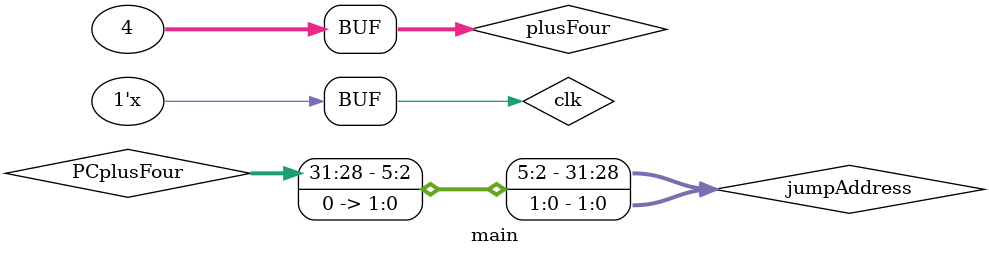
<source format=v>
`include "adder.v"
`include "alu.v"
`include "alucontrol.v"
`include "control.v"
`include "InstMem.v"
`include "mux.v"
`include "PC.v"
`include "registers.v"
`include "Sign_extend.v"
`include "leftshift.v"
`include "mux5bit.v"
`include "dataMem.v"
module main;
//CLOCK////////////////
  reg clk; initial clk = 0; always #5 clk = ~clk;
//PROGRAM COUNTER//////
  wire [31:0]PCIn;
  wire [31:0]PCOut;
  wire PCEnable;
  PC programCounter(clk, PCIn, PCEnable, PCOut);
//INSTRUCTION MEMORY//
  wire [31:0]IMemOut;
  InstMem instructionMemory(clk, PCOut, IMemOut);
//REGISTER FILE//////
  wire [31:0]readData1;
  wire [31:0]readData2;
  wire regWriteEnable;
  wire [4:0]regWriteAddress;
  wire [31:0] regWriteData;
  wire regDst;
  mux5bit preRegisterMux(IMemOut[20:16], IMemOut[15:11],regDst,regWriteAddress);
  Registers registerFile(readData1,readData2,IMemOut[25:21],IMemOut[20:16],regWriteEnable, regWriteAddress, regWriteData, clk);
//SIGN EXTEND///////
  wire [31:0]signExtendOut;
  Sign_extend signExtend(signExtendOut,IMemOut[15:0]);
///ALU CONTROL/////
  wire[1:0]aluOp;
  wire[2:0]aluControl3bit;
  alucontrol aluController(aluOp, IMemOut[5:0], aluControl3bit);
//POST-REGISTER MUX//
  wire aluSrc;
  wire [31:0]aluSecondInput;
  mux postRegisterMux(readData2,signExtendOut, aluSrc, aluSecondInput);
//ALU///////////////
  wire [31:0]aluOut;
  wire aluZero;
  alu mainALU(clk, readData1, aluSecondInput,aluControl3bit, aluOut, aluZero);
//DATA MEMORY//////
  wire [31:0]dataMemOut;
  wire dataMemWriteEnable, dataMemReadEnable;
  dataMemory dataMem(clk, aluOut, readData2, dataMemOut, dataMemWriteEnable,dataMemReadEnable);
//POST DATA MEMORY MUX
  //regWriteData defined at line 27.
  wire memToReg;
  mux dataMemMux(dataMemOut, aluOut, memToReg, regWriteData);
//PC + 4 adder
  //PCOut defined at line 16.
  reg [31:0] plusFour;
  initial plusFour = 4;
  wire [31:0] PCplusFour;
  adder PCPlusFourAdder(PCOut, plusFour, PCplusFour);
//Branch left shift
  wire[31:0] branchaddress;
  leftshift branchleftshift(branchaddress,signExtendOut);
//branch address adder
  wire[31:0] branchpc;
  adder branchAddressAdder(branchaddress,PCplusFour,branchpc);
//branch mux
  wire branchAndZero;
  wire branchEnable;
  and (branchAndZero, branchEnable, aluZero);
  wire [31:0]branchMuxOut;
  mux branchMux(PCplusFour, branchaddress, branchAndZero, branchMuxOut);
//jump mux

  wire [31:0]jumpAddress;
  assign jumpAddress[31:28] = PCplusFour[31:28];
  assign jumpAddress[27:0] = IMemOut[25:0]<<2;
  wire jumpEnable;
  mux jumpMux(branchMuxOut, jumpAddress, jumpEnable, PCIn);
endmodule

</source>
